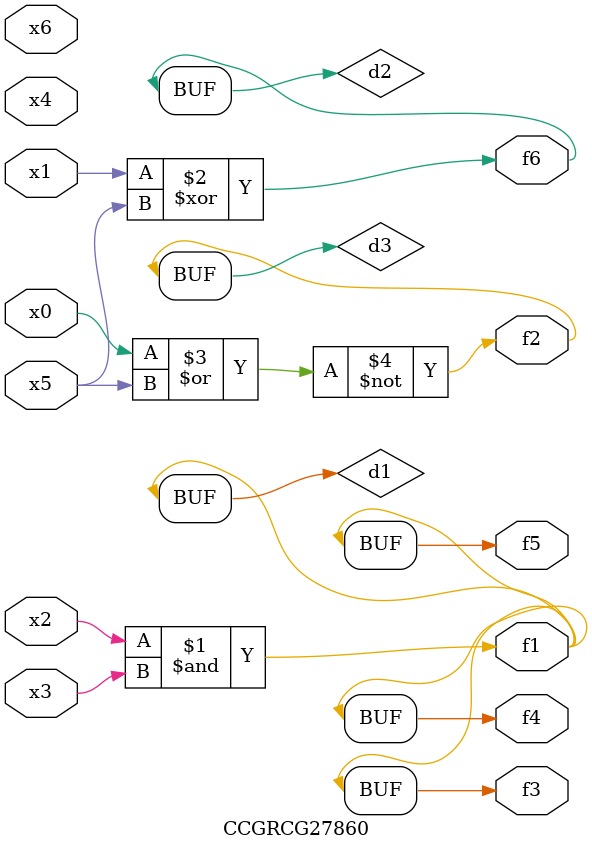
<source format=v>
module CCGRCG27860(
	input x0, x1, x2, x3, x4, x5, x6,
	output f1, f2, f3, f4, f5, f6
);

	wire d1, d2, d3;

	and (d1, x2, x3);
	xor (d2, x1, x5);
	nor (d3, x0, x5);
	assign f1 = d1;
	assign f2 = d3;
	assign f3 = d1;
	assign f4 = d1;
	assign f5 = d1;
	assign f6 = d2;
endmodule

</source>
